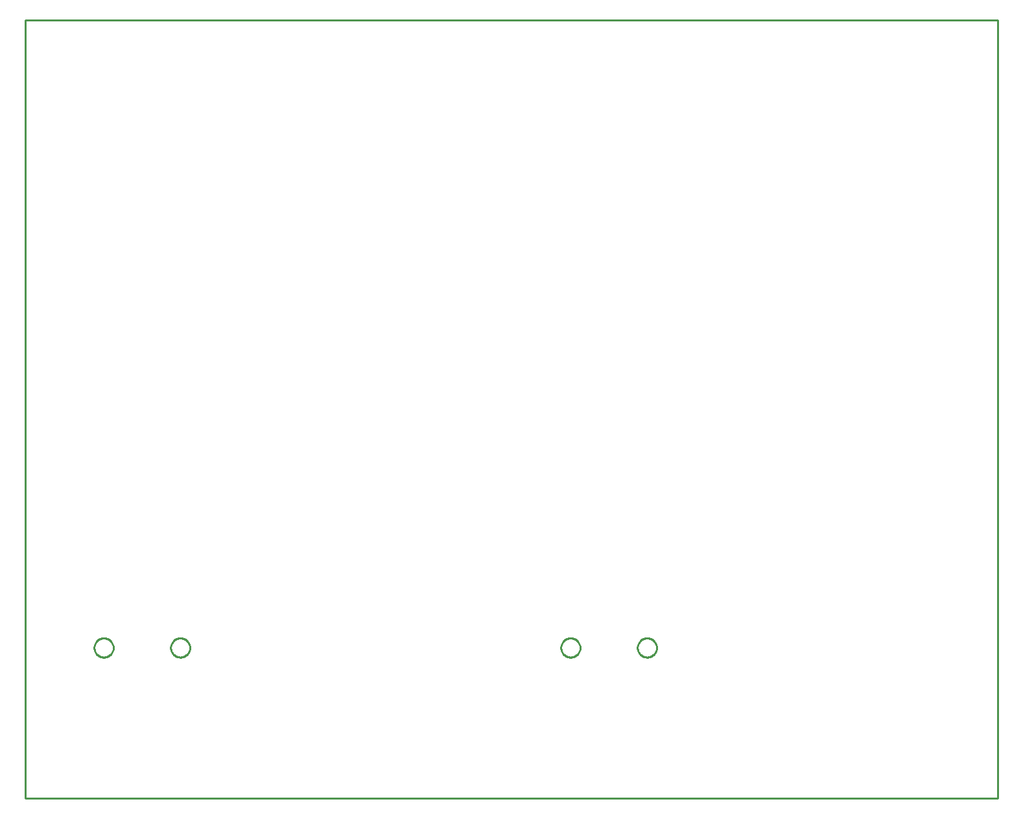
<source format=gbr>
G04 EAGLE Gerber RS-274X export*
G75*
%MOMM*%
%FSLAX34Y34*%
%LPD*%
%IN*%
%IPPOS*%
%AMOC8*
5,1,8,0,0,1.08239X$1,22.5*%
G01*
%ADD10C,0.254000*%


D10*
X0Y0D02*
X1270000Y0D01*
X1270000Y1016000D01*
X0Y1016000D01*
X0Y0D01*
X724500Y196509D02*
X724423Y195530D01*
X724269Y194560D01*
X724040Y193604D01*
X723736Y192670D01*
X723361Y191763D01*
X722915Y190888D01*
X722401Y190050D01*
X721824Y189255D01*
X721186Y188508D01*
X720492Y187814D01*
X719745Y187176D01*
X718950Y186599D01*
X718112Y186085D01*
X717237Y185639D01*
X716330Y185264D01*
X715396Y184960D01*
X714441Y184731D01*
X713470Y184577D01*
X712491Y184500D01*
X711509Y184500D01*
X710530Y184577D01*
X709560Y184731D01*
X708604Y184960D01*
X707670Y185264D01*
X706763Y185639D01*
X705888Y186085D01*
X705050Y186599D01*
X704255Y187176D01*
X703508Y187814D01*
X702814Y188508D01*
X702176Y189255D01*
X701599Y190050D01*
X701085Y190888D01*
X700639Y191763D01*
X700264Y192670D01*
X699960Y193604D01*
X699731Y194560D01*
X699577Y195530D01*
X699500Y196509D01*
X699500Y197491D01*
X699577Y198470D01*
X699731Y199441D01*
X699960Y200396D01*
X700264Y201330D01*
X700639Y202237D01*
X701085Y203112D01*
X701599Y203950D01*
X702176Y204745D01*
X702814Y205492D01*
X703508Y206186D01*
X704255Y206824D01*
X705050Y207401D01*
X705888Y207915D01*
X706763Y208361D01*
X707670Y208736D01*
X708604Y209040D01*
X709560Y209269D01*
X710530Y209423D01*
X711509Y209500D01*
X712491Y209500D01*
X713470Y209423D01*
X714441Y209269D01*
X715396Y209040D01*
X716330Y208736D01*
X717237Y208361D01*
X718112Y207915D01*
X718950Y207401D01*
X719745Y206824D01*
X720492Y206186D01*
X721186Y205492D01*
X721824Y204745D01*
X722401Y203950D01*
X722915Y203112D01*
X723361Y202237D01*
X723736Y201330D01*
X724040Y200396D01*
X724269Y199441D01*
X724423Y198470D01*
X724500Y197491D01*
X724500Y196509D01*
X824500Y196509D02*
X824423Y195530D01*
X824269Y194560D01*
X824040Y193604D01*
X823736Y192670D01*
X823361Y191763D01*
X822915Y190888D01*
X822401Y190050D01*
X821824Y189255D01*
X821186Y188508D01*
X820492Y187814D01*
X819745Y187176D01*
X818950Y186599D01*
X818112Y186085D01*
X817237Y185639D01*
X816330Y185264D01*
X815396Y184960D01*
X814441Y184731D01*
X813470Y184577D01*
X812491Y184500D01*
X811509Y184500D01*
X810530Y184577D01*
X809560Y184731D01*
X808604Y184960D01*
X807670Y185264D01*
X806763Y185639D01*
X805888Y186085D01*
X805050Y186599D01*
X804255Y187176D01*
X803508Y187814D01*
X802814Y188508D01*
X802176Y189255D01*
X801599Y190050D01*
X801085Y190888D01*
X800639Y191763D01*
X800264Y192670D01*
X799960Y193604D01*
X799731Y194560D01*
X799577Y195530D01*
X799500Y196509D01*
X799500Y197491D01*
X799577Y198470D01*
X799731Y199441D01*
X799960Y200396D01*
X800264Y201330D01*
X800639Y202237D01*
X801085Y203112D01*
X801599Y203950D01*
X802176Y204745D01*
X802814Y205492D01*
X803508Y206186D01*
X804255Y206824D01*
X805050Y207401D01*
X805888Y207915D01*
X806763Y208361D01*
X807670Y208736D01*
X808604Y209040D01*
X809560Y209269D01*
X810530Y209423D01*
X811509Y209500D01*
X812491Y209500D01*
X813470Y209423D01*
X814441Y209269D01*
X815396Y209040D01*
X816330Y208736D01*
X817237Y208361D01*
X818112Y207915D01*
X818950Y207401D01*
X819745Y206824D01*
X820492Y206186D01*
X821186Y205492D01*
X821824Y204745D01*
X822401Y203950D01*
X822915Y203112D01*
X823361Y202237D01*
X823736Y201330D01*
X824040Y200396D01*
X824269Y199441D01*
X824423Y198470D01*
X824500Y197491D01*
X824500Y196509D01*
X114900Y196509D02*
X114823Y195530D01*
X114669Y194560D01*
X114440Y193604D01*
X114136Y192670D01*
X113761Y191763D01*
X113315Y190888D01*
X112801Y190050D01*
X112224Y189255D01*
X111586Y188508D01*
X110892Y187814D01*
X110145Y187176D01*
X109350Y186599D01*
X108512Y186085D01*
X107637Y185639D01*
X106730Y185264D01*
X105796Y184960D01*
X104841Y184731D01*
X103870Y184577D01*
X102891Y184500D01*
X101909Y184500D01*
X100930Y184577D01*
X99960Y184731D01*
X99004Y184960D01*
X98070Y185264D01*
X97163Y185639D01*
X96288Y186085D01*
X95450Y186599D01*
X94655Y187176D01*
X93908Y187814D01*
X93214Y188508D01*
X92576Y189255D01*
X91999Y190050D01*
X91485Y190888D01*
X91039Y191763D01*
X90664Y192670D01*
X90360Y193604D01*
X90131Y194560D01*
X89977Y195530D01*
X89900Y196509D01*
X89900Y197491D01*
X89977Y198470D01*
X90131Y199441D01*
X90360Y200396D01*
X90664Y201330D01*
X91039Y202237D01*
X91485Y203112D01*
X91999Y203950D01*
X92576Y204745D01*
X93214Y205492D01*
X93908Y206186D01*
X94655Y206824D01*
X95450Y207401D01*
X96288Y207915D01*
X97163Y208361D01*
X98070Y208736D01*
X99004Y209040D01*
X99960Y209269D01*
X100930Y209423D01*
X101909Y209500D01*
X102891Y209500D01*
X103870Y209423D01*
X104841Y209269D01*
X105796Y209040D01*
X106730Y208736D01*
X107637Y208361D01*
X108512Y207915D01*
X109350Y207401D01*
X110145Y206824D01*
X110892Y206186D01*
X111586Y205492D01*
X112224Y204745D01*
X112801Y203950D01*
X113315Y203112D01*
X113761Y202237D01*
X114136Y201330D01*
X114440Y200396D01*
X114669Y199441D01*
X114823Y198470D01*
X114900Y197491D01*
X114900Y196509D01*
X214900Y196509D02*
X214823Y195530D01*
X214669Y194560D01*
X214440Y193604D01*
X214136Y192670D01*
X213761Y191763D01*
X213315Y190888D01*
X212801Y190050D01*
X212224Y189255D01*
X211586Y188508D01*
X210892Y187814D01*
X210145Y187176D01*
X209350Y186599D01*
X208512Y186085D01*
X207637Y185639D01*
X206730Y185264D01*
X205796Y184960D01*
X204841Y184731D01*
X203870Y184577D01*
X202891Y184500D01*
X201909Y184500D01*
X200930Y184577D01*
X199960Y184731D01*
X199004Y184960D01*
X198070Y185264D01*
X197163Y185639D01*
X196288Y186085D01*
X195450Y186599D01*
X194655Y187176D01*
X193908Y187814D01*
X193214Y188508D01*
X192576Y189255D01*
X191999Y190050D01*
X191485Y190888D01*
X191039Y191763D01*
X190664Y192670D01*
X190360Y193604D01*
X190131Y194560D01*
X189977Y195530D01*
X189900Y196509D01*
X189900Y197491D01*
X189977Y198470D01*
X190131Y199441D01*
X190360Y200396D01*
X190664Y201330D01*
X191039Y202237D01*
X191485Y203112D01*
X191999Y203950D01*
X192576Y204745D01*
X193214Y205492D01*
X193908Y206186D01*
X194655Y206824D01*
X195450Y207401D01*
X196288Y207915D01*
X197163Y208361D01*
X198070Y208736D01*
X199004Y209040D01*
X199960Y209269D01*
X200930Y209423D01*
X201909Y209500D01*
X202891Y209500D01*
X203870Y209423D01*
X204841Y209269D01*
X205796Y209040D01*
X206730Y208736D01*
X207637Y208361D01*
X208512Y207915D01*
X209350Y207401D01*
X210145Y206824D01*
X210892Y206186D01*
X211586Y205492D01*
X212224Y204745D01*
X212801Y203950D01*
X213315Y203112D01*
X213761Y202237D01*
X214136Y201330D01*
X214440Y200396D01*
X214669Y199441D01*
X214823Y198470D01*
X214900Y197491D01*
X214900Y196509D01*
M02*

</source>
